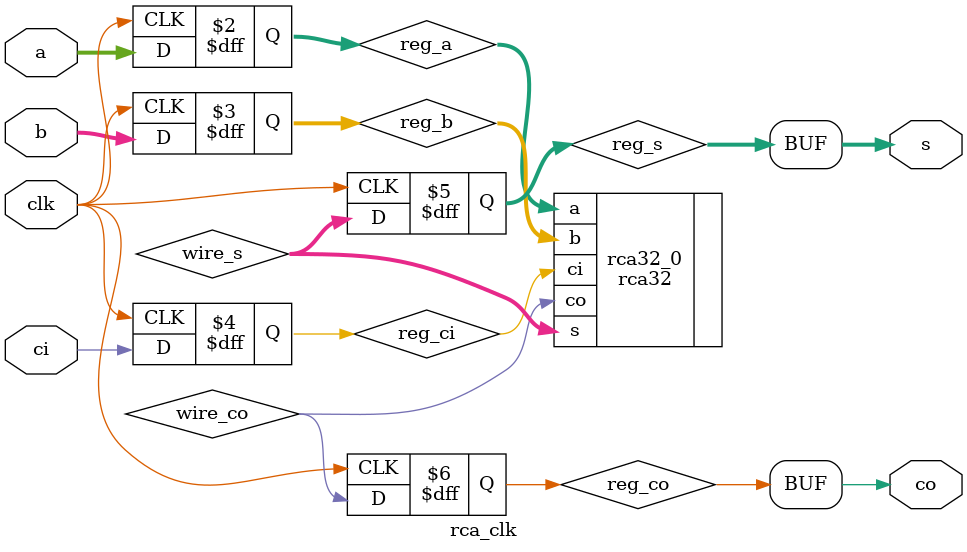
<source format=v>
module rca_clk(clk,a,b,ci,s,co);
  input clk; //clock
  input [31:0] a,b; 
  input ci; //carry in
  
  output [31:0] s; //sum
  output co; //carry out
  
  reg [31:0]  reg_a, reg_b; 
  reg         reg_ci;
  reg [31:0]  reg_s;
  reg         reg_co;
  
  wire [31:0] wire_s; 
  wire wire_co;
  
  
  always @ (posedge clk) 
  begin 
    reg_a <= a; 
    reg_b <= b;
    reg_ci <= ci;
	 reg_s <= wire_s; 
    reg_co <= wire_co;
  end
  
  //32-bit RCA module instance
  rca32 rca32_0(.a(reg_a), .b(reg_b), .ci(reg_ci), .s(wire_s), .co(wire_co));

  assign s = reg_s; 
  assign co = reg_co;

endmodule

</source>
